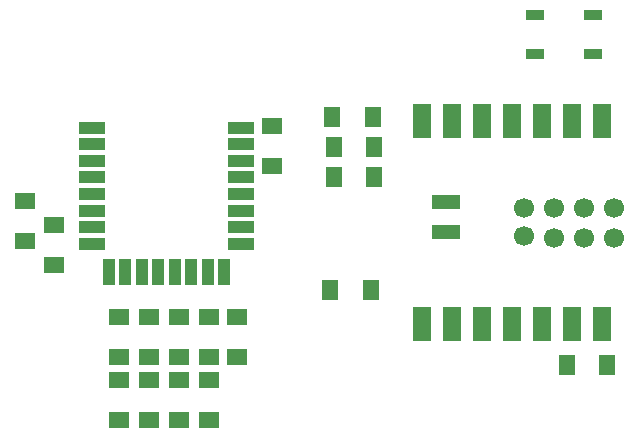
<source format=gbr>
%TF.GenerationSoftware,KiCad,Pcbnew,9.0.0*%
%TF.CreationDate,2025-04-08T23:40:40+05:30*%
%TF.ProjectId,UWB-Xiao-Node,5557422d-5869-4616-9f2d-4e6f64652e6b,rev?*%
%TF.SameCoordinates,Original*%
%TF.FileFunction,Paste,Top*%
%TF.FilePolarity,Positive*%
%FSLAX46Y46*%
G04 Gerber Fmt 4.6, Leading zero omitted, Abs format (unit mm)*
G04 Created by KiCad (PCBNEW 9.0.0) date 2025-04-08 23:40:40*
%MOMM*%
%LPD*%
G01*
G04 APERTURE LIST*
%ADD10R,1.700000X1.400000*%
%ADD11R,2.300000X1.000000*%
%ADD12R,1.000000X2.300000*%
%ADD13R,1.400000X1.700000*%
%ADD14R,1.500000X0.900000*%
%ADD15R,1.600000X3.000000*%
%ADD16R,2.400000X1.200000*%
%ADD17C,1.700000*%
G04 APERTURE END LIST*
D10*
%TO.C,JP2*%
X92353162Y-84419075D03*
X92353162Y-81019075D03*
%TD*%
%TO.C,R1*%
X95281180Y-64864533D03*
X95281180Y-68264533D03*
%TD*%
D11*
%TO.C,U2*%
X80060000Y-65019900D03*
X80060000Y-66420000D03*
X80060000Y-67820000D03*
X80060000Y-69220100D03*
X80060000Y-70619900D03*
X80060000Y-72019900D03*
X80060000Y-73420000D03*
X80060000Y-74820000D03*
D12*
X81460100Y-77219800D03*
X82860400Y-77219800D03*
X84259900Y-77219800D03*
X85660000Y-77219800D03*
X87060000Y-77219800D03*
X88460100Y-77219800D03*
X89860400Y-77219800D03*
X91259900Y-77219800D03*
D11*
X92660000Y-74820000D03*
X92660000Y-73420000D03*
X92660000Y-72019900D03*
X92660000Y-70619900D03*
X92660000Y-69220100D03*
X92660000Y-67820000D03*
X92660000Y-66420000D03*
X92660000Y-65019900D03*
%TD*%
D10*
%TO.C,R5*%
X82345000Y-81055000D03*
X82345000Y-84455000D03*
%TD*%
%TO.C,C1*%
X74391610Y-71175306D03*
X74391610Y-74575306D03*
%TD*%
%TO.C,D3*%
X84888155Y-89776257D03*
X84888155Y-86376257D03*
%TD*%
D13*
%TO.C,R7*%
X103935000Y-66675000D03*
X100535000Y-66675000D03*
%TD*%
%TO.C,R8*%
X103916313Y-69215000D03*
X100516313Y-69215000D03*
%TD*%
D14*
%TO.C,U3*%
X122465000Y-58800000D03*
X122465000Y-55500000D03*
X117565000Y-55500000D03*
X117565000Y-58800000D03*
%TD*%
D15*
%TO.C,U1*%
X123190000Y-64410000D03*
X120650000Y-64410000D03*
X118110000Y-64410000D03*
X115570000Y-64410000D03*
X113030000Y-64410000D03*
X110490000Y-64410000D03*
X107950000Y-64410000D03*
X107950000Y-81645000D03*
X110490000Y-81645000D03*
X113030000Y-81645000D03*
X115570000Y-81645000D03*
X118110000Y-81645000D03*
X120650000Y-81645000D03*
X123190000Y-81645000D03*
D16*
X110027012Y-71258852D03*
X110027012Y-73798852D03*
D17*
X124200212Y-71766852D03*
X124200212Y-74306852D03*
X121660212Y-71766852D03*
X121660212Y-74306852D03*
X119120212Y-71766852D03*
X119120212Y-74306852D03*
X116580212Y-71766852D03*
X116637012Y-74214252D03*
%TD*%
D10*
%TO.C,R4*%
X84885000Y-81055000D03*
X84885000Y-84455000D03*
%TD*%
D13*
%TO.C,R6*%
X103794767Y-64069569D03*
X100394767Y-64069569D03*
%TD*%
D10*
%TO.C,D1*%
X89968155Y-89776257D03*
X89968155Y-86376257D03*
%TD*%
%TO.C,C2*%
X76835000Y-73230000D03*
X76835000Y-76630000D03*
%TD*%
%TO.C,D4*%
X82348155Y-89776257D03*
X82348155Y-86376257D03*
%TD*%
%TO.C,D2*%
X87440698Y-89759882D03*
X87440698Y-86359882D03*
%TD*%
D13*
%TO.C,C3*%
X123620000Y-85090000D03*
X120220000Y-85090000D03*
%TD*%
D10*
%TO.C,R3*%
X87425000Y-81055000D03*
X87425000Y-84455000D03*
%TD*%
%TO.C,R2*%
X89965000Y-81055000D03*
X89965000Y-84455000D03*
%TD*%
D13*
%TO.C,JP1*%
X100203735Y-78787998D03*
X103703735Y-78787998D03*
%TD*%
M02*

</source>
